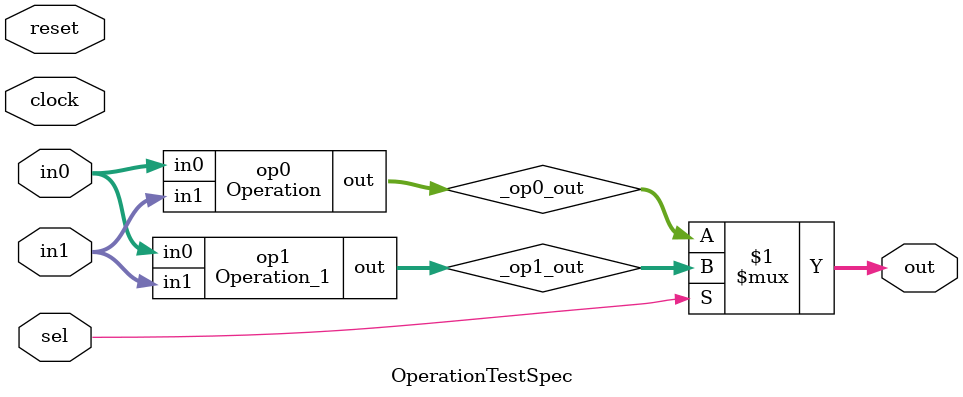
<source format=sv>
module Operation(	// src/main/scala/core/BasicTestSpec.scala:17:7
  input  [15:0] in0,	// src/main/scala/core/BasicTestSpec.scala:18:20
                in1,	// src/main/scala/core/BasicTestSpec.scala:18:20
  output [15:0] out	// src/main/scala/core/BasicTestSpec.scala:19:15
);

  assign out = in0 + in1;	// src/main/scala/core/BasicTestSpec.scala:17:7, :22:16
endmodule

module Operation_1(	// src/main/scala/core/BasicTestSpec.scala:17:7
  input  [15:0] in0,	// src/main/scala/core/BasicTestSpec.scala:18:20
                in1,	// src/main/scala/core/BasicTestSpec.scala:18:20
  output [15:0] out	// src/main/scala/core/BasicTestSpec.scala:19:15
);

  assign out = in0 - in1;	// src/main/scala/core/BasicTestSpec.scala:17:7, :24:16
endmodule

module OperationTestSpec(	// src/main/scala/core/BasicTestSpec.scala:28:7
  input         clock,	// src/main/scala/core/BasicTestSpec.scala:28:7
                reset,	// src/main/scala/core/BasicTestSpec.scala:28:7
  input  [15:0] in0,	// src/main/scala/core/BasicTestSpec.scala:29:20
                in1,	// src/main/scala/core/BasicTestSpec.scala:29:20
  output [15:0] out,	// src/main/scala/core/BasicTestSpec.scala:30:15
  input         sel	// src/main/scala/core/BasicTestSpec.scala:31:15
);

  wire [15:0] _op1_out;	// src/main/scala/core/BasicTestSpec.scala:33:19
  wire [15:0] _op0_out;	// src/main/scala/core/BasicTestSpec.scala:32:19
  Operation op0 (	// src/main/scala/core/BasicTestSpec.scala:32:19
    .in0 (in0),
    .in1 (in1),
    .out (_op0_out)
  );	// src/main/scala/core/BasicTestSpec.scala:32:19
  Operation_1 op1 (	// src/main/scala/core/BasicTestSpec.scala:33:19
    .in0 (in0),
    .in1 (in1),
    .out (_op1_out)
  );	// src/main/scala/core/BasicTestSpec.scala:33:19
  assign out = sel ? _op1_out : _op0_out;	// src/main/scala/core/BasicTestSpec.scala:28:7, :32:19, :33:19, :38:29
endmodule


</source>
